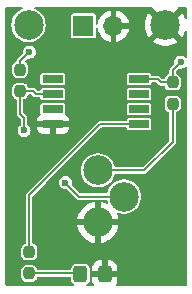
<source format=gbr>
%TF.GenerationSoftware,KiCad,Pcbnew,8.0.1*%
%TF.CreationDate,2025-01-22T18:21:47-07:00*%
%TF.ProjectId,AlcoholSensor_MQ,416c636f-686f-46c5-9365-6e736f725f4d,rev?*%
%TF.SameCoordinates,Original*%
%TF.FileFunction,Copper,L1,Top*%
%TF.FilePolarity,Positive*%
%FSLAX46Y46*%
G04 Gerber Fmt 4.6, Leading zero omitted, Abs format (unit mm)*
G04 Created by KiCad (PCBNEW 8.0.1) date 2025-01-22 18:21:47*
%MOMM*%
%LPD*%
G01*
G04 APERTURE LIST*
G04 Aperture macros list*
%AMRoundRect*
0 Rectangle with rounded corners*
0 $1 Rounding radius*
0 $2 $3 $4 $5 $6 $7 $8 $9 X,Y pos of 4 corners*
0 Add a 4 corners polygon primitive as box body*
4,1,4,$2,$3,$4,$5,$6,$7,$8,$9,$2,$3,0*
0 Add four circle primitives for the rounded corners*
1,1,$1+$1,$2,$3*
1,1,$1+$1,$4,$5*
1,1,$1+$1,$6,$7*
1,1,$1+$1,$8,$9*
0 Add four rect primitives between the rounded corners*
20,1,$1+$1,$2,$3,$4,$5,0*
20,1,$1+$1,$4,$5,$6,$7,0*
20,1,$1+$1,$6,$7,$8,$9,0*
20,1,$1+$1,$8,$9,$2,$3,0*%
G04 Aperture macros list end*
%TA.AperFunction,ComponentPad*%
%ADD10C,2.500000*%
%TD*%
%TA.AperFunction,SMDPad,CuDef*%
%ADD11RoundRect,0.237500X0.237500X-0.250000X0.237500X0.250000X-0.237500X0.250000X-0.237500X-0.250000X0*%
%TD*%
%TA.AperFunction,ComponentPad*%
%ADD12R,1.700000X1.700000*%
%TD*%
%TA.AperFunction,ComponentPad*%
%ADD13O,1.700000X1.700000*%
%TD*%
%TA.AperFunction,SMDPad,CuDef*%
%ADD14RoundRect,0.237500X-0.237500X0.250000X-0.237500X-0.250000X0.237500X-0.250000X0.237500X0.250000X0*%
%TD*%
%TA.AperFunction,SMDPad,CuDef*%
%ADD15R,1.700000X0.650000*%
%TD*%
%TA.AperFunction,SMDPad,CuDef*%
%ADD16RoundRect,0.250000X0.325000X0.450000X-0.325000X0.450000X-0.325000X-0.450000X0.325000X-0.450000X0*%
%TD*%
%TA.AperFunction,ViaPad*%
%ADD17C,0.600000*%
%TD*%
%TA.AperFunction,Conductor*%
%ADD18C,0.152400*%
%TD*%
G04 APERTURE END LIST*
D10*
%TO.P,H2,1,1*%
%TO.N,GND*%
X180090000Y-87300000D03*
%TD*%
%TO.P,H1,1,1*%
%TO.N,VCC*%
X168500000Y-87300000D03*
%TD*%
%TO.P,U3,1,Vh+*%
%TO.N,Net-(U3-Vh+)*%
X174380000Y-99610000D03*
%TO.P,U3,2,Vc*%
%TO.N,Alcohol_out*%
X176580000Y-101830000D03*
%TO.P,U3,3,Vh-*%
%TO.N,GND*%
X174370000Y-104010000D03*
%TD*%
D11*
%TO.P,Rh1,1*%
%TO.N,Net-(U3-Vh+)*%
X180700000Y-93982500D03*
%TO.P,Rh1,2*%
%TO.N,VDD_1.8V*%
X180700000Y-92157500D03*
%TD*%
%TO.P,Rl1,1*%
%TO.N,Alcohol_out*%
X167780000Y-92900000D03*
%TO.P,Rl1,2*%
%TO.N,VDD_1.8V*%
X167780000Y-91075000D03*
%TD*%
D12*
%TO.P,J1,1,Pin_1*%
%TO.N,VCC*%
X173155000Y-87380000D03*
D13*
%TO.P,J1,2,Pin_2*%
%TO.N,GND*%
X175695000Y-87380000D03*
%TD*%
D14*
%TO.P,R_LED1,1*%
%TO.N,Net-(U1-AREF{slash}PB0)*%
X168560000Y-106517500D03*
%TO.P,R_LED1,2*%
%TO.N,Net-(D1-A)*%
X168560000Y-108342500D03*
%TD*%
D15*
%TO.P,U1,1,~{RESET}/PB5*%
%TO.N,unconnected-(U1-~{RESET}{slash}PB5-Pad1)*%
X170560000Y-91890000D03*
%TO.P,U1,2,XTAL1/PB3*%
%TO.N,Alcohol_out*%
X170560000Y-93160000D03*
%TO.P,U1,3,XTAL2/PB4*%
%TO.N,unconnected-(U1-XTAL2{slash}PB4-Pad3)*%
X170560000Y-94430000D03*
%TO.P,U1,4,GND*%
%TO.N,GND*%
X170560000Y-95700000D03*
%TO.P,U1,5,AREF/PB0*%
%TO.N,Net-(U1-AREF{slash}PB0)*%
X177860000Y-95700000D03*
%TO.P,U1,6,PB1*%
%TO.N,unconnected-(U1-PB1-Pad6)*%
X177860000Y-94430000D03*
%TO.P,U1,7,PB2*%
%TO.N,unconnected-(U1-PB2-Pad7)*%
X177860000Y-93160000D03*
%TO.P,U1,8,VCC*%
%TO.N,VDD_1.8V*%
X177860000Y-91890000D03*
%TD*%
D16*
%TO.P,D1,1,K*%
%TO.N,GND*%
X174950000Y-108420000D03*
%TO.P,D1,2,A*%
%TO.N,Net-(D1-A)*%
X172900000Y-108420000D03*
%TD*%
D17*
%TO.N,GND*%
X172550000Y-94160000D03*
X179870000Y-89980000D03*
%TO.N,Alcohol_out*%
X168130000Y-96220000D03*
X171620000Y-100650000D03*
%TO.N,VDD_1.8V*%
X168570000Y-89600000D03*
X181370000Y-90450000D03*
%TD*%
D18*
%TO.N,Alcohol_out*%
X170560000Y-93160000D02*
X169120000Y-93160000D01*
X168850000Y-92890000D02*
X168840000Y-92900000D01*
X168840000Y-92900000D02*
X167780000Y-92900000D01*
X168130000Y-95160000D02*
X167780000Y-94810000D01*
X167780000Y-94810000D02*
X167780000Y-92900000D01*
X168130000Y-96220000D02*
X168130000Y-95160000D01*
X172800000Y-101830000D02*
X171620000Y-100650000D01*
X176580000Y-101830000D02*
X172800000Y-101830000D01*
X169120000Y-93160000D02*
X168850000Y-92890000D01*
%TO.N,Net-(D1-A)*%
X172822500Y-108342500D02*
X172900000Y-108420000D01*
X168560000Y-108342500D02*
X172822500Y-108342500D01*
%TO.N,Net-(U1-AREF{slash}PB0)*%
X168560000Y-101690000D02*
X174550000Y-95700000D01*
X168560000Y-106430000D02*
X168560000Y-101690000D01*
X174550000Y-95700000D02*
X177860000Y-95700000D01*
%TO.N,VCC*%
X168630000Y-87390000D02*
X168240000Y-87000000D01*
X172890000Y-87620000D02*
X172660000Y-87390000D01*
%TO.N,Net-(U3-Vh+)*%
X178310000Y-99610000D02*
X180700000Y-97220000D01*
X180700000Y-94070000D02*
X180700000Y-97220000D01*
X174380000Y-99610000D02*
X178310000Y-99610000D01*
%TO.N,VDD_1.8V*%
X179450000Y-91890000D02*
X177860000Y-91890000D01*
X179717500Y-92157500D02*
X179450000Y-91890000D01*
X181370000Y-90450000D02*
X180700000Y-91120000D01*
X177860000Y-91890000D02*
X177950000Y-91980000D01*
X180700000Y-92157500D02*
X179717500Y-92157500D01*
X167780000Y-90390000D02*
X168570000Y-89600000D01*
X180700000Y-92070000D02*
X180610000Y-91980000D01*
X167780000Y-91075000D02*
X167780000Y-90390000D01*
X180700000Y-91120000D02*
X180700000Y-92070000D01*
%TD*%
%TA.AperFunction,Conductor*%
%TO.N,GND*%
G36*
X167969245Y-85828093D02*
G01*
X167994965Y-85872642D01*
X167986032Y-85923300D01*
X167946627Y-85956365D01*
X167945324Y-85956826D01*
X167915340Y-85967119D01*
X167915338Y-85967120D01*
X167703934Y-86081526D01*
X167514237Y-86229173D01*
X167514233Y-86229177D01*
X167351429Y-86406030D01*
X167219949Y-86607274D01*
X167123391Y-86827404D01*
X167064380Y-87060437D01*
X167064379Y-87060440D01*
X167044529Y-87299998D01*
X167044529Y-87300001D01*
X167064379Y-87539559D01*
X167064379Y-87539561D01*
X167064380Y-87539563D01*
X167120525Y-87761278D01*
X167123391Y-87772595D01*
X167219949Y-87992725D01*
X167351429Y-88193969D01*
X167514233Y-88370822D01*
X167514237Y-88370826D01*
X167703934Y-88518473D01*
X167915338Y-88632879D01*
X167915344Y-88632882D01*
X168142703Y-88710934D01*
X168379808Y-88750500D01*
X168379811Y-88750500D01*
X168620189Y-88750500D01*
X168620192Y-88750500D01*
X168857297Y-88710934D01*
X169084656Y-88632882D01*
X169296067Y-88518472D01*
X169485764Y-88370825D01*
X169597223Y-88249748D01*
X172104500Y-88249748D01*
X172116132Y-88308229D01*
X172116133Y-88308231D01*
X172160448Y-88374552D01*
X172226769Y-88418867D01*
X172256010Y-88424683D01*
X172285251Y-88430500D01*
X172285252Y-88430500D01*
X174024749Y-88430500D01*
X174044242Y-88426622D01*
X174083231Y-88418867D01*
X174149552Y-88374552D01*
X174193867Y-88308231D01*
X174205500Y-88249748D01*
X174205500Y-87566817D01*
X174223093Y-87518479D01*
X174267642Y-87492759D01*
X174318300Y-87501692D01*
X174351365Y-87541097D01*
X174355614Y-87560263D01*
X174360430Y-87615316D01*
X174421569Y-87843490D01*
X174421570Y-87843494D01*
X174521398Y-88057576D01*
X174656885Y-88251072D01*
X174656896Y-88251085D01*
X174823914Y-88418103D01*
X174823927Y-88418114D01*
X175017423Y-88553601D01*
X175017423Y-88553602D01*
X175231505Y-88653429D01*
X175445000Y-88710634D01*
X175445000Y-87813012D01*
X175502007Y-87845925D01*
X175629174Y-87880000D01*
X175760826Y-87880000D01*
X175887993Y-87845925D01*
X175945000Y-87813012D01*
X175945000Y-88710634D01*
X176158494Y-88653429D01*
X176372576Y-88553602D01*
X176372576Y-88553601D01*
X176566072Y-88418114D01*
X176566085Y-88418103D01*
X176733103Y-88251085D01*
X176733114Y-88251072D01*
X176868601Y-88057576D01*
X176868602Y-88057576D01*
X176968429Y-87843494D01*
X176968431Y-87843490D01*
X177025636Y-87630000D01*
X176128012Y-87630000D01*
X176160925Y-87572993D01*
X176195000Y-87445826D01*
X176195000Y-87314174D01*
X176160925Y-87187007D01*
X176128012Y-87130000D01*
X177025636Y-87130000D01*
X176968431Y-86916509D01*
X176968429Y-86916505D01*
X176868603Y-86702427D01*
X176733107Y-86508918D01*
X176566085Y-86341896D01*
X176566072Y-86341885D01*
X176372576Y-86206398D01*
X176372576Y-86206397D01*
X176158494Y-86106570D01*
X176158490Y-86106568D01*
X175945000Y-86049364D01*
X175945000Y-86946988D01*
X175887993Y-86914075D01*
X175760826Y-86880000D01*
X175629174Y-86880000D01*
X175502007Y-86914075D01*
X175445000Y-86946988D01*
X175445000Y-86049364D01*
X175231509Y-86106568D01*
X175231505Y-86106570D01*
X175017427Y-86206396D01*
X174823918Y-86341892D01*
X174656892Y-86508918D01*
X174521396Y-86702427D01*
X174421570Y-86916505D01*
X174421569Y-86916509D01*
X174360430Y-87144683D01*
X174355614Y-87199736D01*
X174333874Y-87246356D01*
X174287254Y-87268096D01*
X174237567Y-87254782D01*
X174208062Y-87212645D01*
X174205500Y-87193182D01*
X174205500Y-86510251D01*
X174193867Y-86451770D01*
X174193866Y-86451768D01*
X174149552Y-86385448D01*
X174083231Y-86341133D01*
X174083229Y-86341132D01*
X174024749Y-86329500D01*
X174024748Y-86329500D01*
X172285252Y-86329500D01*
X172285251Y-86329500D01*
X172226770Y-86341132D01*
X172226768Y-86341133D01*
X172160448Y-86385448D01*
X172116133Y-86451768D01*
X172116132Y-86451770D01*
X172104500Y-86510251D01*
X172104500Y-88249748D01*
X169597223Y-88249748D01*
X169648571Y-88193969D01*
X169780049Y-87992728D01*
X169876610Y-87772591D01*
X169935620Y-87539563D01*
X169951500Y-87347912D01*
X169955471Y-87300001D01*
X169955471Y-87299998D01*
X169935620Y-87060440D01*
X169935620Y-87060437D01*
X169876610Y-86827409D01*
X169804290Y-86662537D01*
X169780050Y-86607274D01*
X169780049Y-86607272D01*
X169648571Y-86406031D01*
X169506248Y-86251427D01*
X169485766Y-86229177D01*
X169485762Y-86229173D01*
X169296065Y-86081526D01*
X169084661Y-85967120D01*
X169084659Y-85967119D01*
X169054676Y-85956826D01*
X169014670Y-85924490D01*
X169004808Y-85874005D01*
X169029705Y-85828991D01*
X169077711Y-85810513D01*
X169079093Y-85810500D01*
X178966387Y-85810500D01*
X179014725Y-85828093D01*
X179040445Y-85872642D01*
X179041259Y-85892721D01*
X179040831Y-85897279D01*
X179580978Y-86437426D01*
X179452537Y-86523249D01*
X179313249Y-86662537D01*
X179227426Y-86790978D01*
X178687874Y-86251426D01*
X178687873Y-86251427D01*
X178640029Y-86311422D01*
X178640029Y-86311423D01*
X178508885Y-86538569D01*
X178508879Y-86538581D01*
X178413061Y-86782725D01*
X178354694Y-87038442D01*
X178335093Y-87300000D01*
X178354694Y-87561557D01*
X178413061Y-87817274D01*
X178508879Y-88061418D01*
X178508885Y-88061430D01*
X178640025Y-88288570D01*
X178640028Y-88288573D01*
X178687873Y-88348571D01*
X178687874Y-88348572D01*
X179227426Y-87809020D01*
X179313249Y-87937463D01*
X179452537Y-88076751D01*
X179580978Y-88162572D01*
X179040831Y-88702719D01*
X179040831Y-88702722D01*
X179212541Y-88819791D01*
X179212544Y-88819792D01*
X179448861Y-88933597D01*
X179699492Y-89010906D01*
X179699505Y-89010909D01*
X179958858Y-89050000D01*
X180221142Y-89050000D01*
X180480494Y-89010909D01*
X180480507Y-89010906D01*
X180731138Y-88933597D01*
X180967454Y-88819793D01*
X181139167Y-88702721D01*
X181139167Y-88702719D01*
X180599021Y-88162573D01*
X180727463Y-88076751D01*
X180866751Y-87937463D01*
X180952573Y-87809020D01*
X181492124Y-88348571D01*
X181492125Y-88348571D01*
X181539969Y-88288578D01*
X181539971Y-88288574D01*
X181671114Y-88061430D01*
X181671120Y-88061418D01*
X181764298Y-87824002D01*
X181798335Y-87785433D01*
X181849200Y-87777766D01*
X181893094Y-87804588D01*
X181909500Y-87851475D01*
X181909500Y-90027262D01*
X181891907Y-90075600D01*
X181847358Y-90101320D01*
X181796700Y-90092387D01*
X181774641Y-90073043D01*
X181762620Y-90057378D01*
X181647626Y-89969139D01*
X181513711Y-89913671D01*
X181513709Y-89913670D01*
X181370000Y-89894750D01*
X181226291Y-89913670D01*
X181226288Y-89913670D01*
X181226288Y-89913671D01*
X181092373Y-89969139D01*
X180977378Y-90057378D01*
X180889139Y-90172373D01*
X180843235Y-90283198D01*
X180833670Y-90306291D01*
X180820233Y-90408357D01*
X180814750Y-90450000D01*
X180828981Y-90558097D01*
X180817847Y-90608317D01*
X180807599Y-90621086D01*
X180478584Y-90950102D01*
X180442155Y-91013196D01*
X180442156Y-91013197D01*
X180423300Y-91083573D01*
X180423300Y-91403819D01*
X180405707Y-91452157D01*
X180372937Y-91474799D01*
X180255527Y-91515882D01*
X180255524Y-91515884D01*
X180149289Y-91594289D01*
X180070884Y-91700524D01*
X180070882Y-91700527D01*
X180025764Y-91829470D01*
X180023571Y-91828702D01*
X180000550Y-91865107D01*
X179954573Y-91880800D01*
X179863261Y-91880800D01*
X179814923Y-91863207D01*
X179810087Y-91858774D01*
X179619899Y-91668586D01*
X179619898Y-91668585D01*
X179556803Y-91632156D01*
X179556800Y-91632155D01*
X179556801Y-91632155D01*
X179512183Y-91620200D01*
X179486428Y-91613300D01*
X179486427Y-91613300D01*
X178985360Y-91613300D01*
X178937022Y-91595707D01*
X178911302Y-91551158D01*
X178910523Y-91545478D01*
X178910501Y-91545257D01*
X178898867Y-91486770D01*
X178898866Y-91486768D01*
X178854552Y-91420448D01*
X178788231Y-91376133D01*
X178788229Y-91376132D01*
X178729749Y-91364500D01*
X178729748Y-91364500D01*
X176990252Y-91364500D01*
X176990251Y-91364500D01*
X176931770Y-91376132D01*
X176931768Y-91376133D01*
X176865448Y-91420448D01*
X176821133Y-91486768D01*
X176821132Y-91486770D01*
X176809500Y-91545251D01*
X176809500Y-92234748D01*
X176821132Y-92293229D01*
X176821133Y-92293231D01*
X176865448Y-92359552D01*
X176931769Y-92403867D01*
X176961010Y-92409683D01*
X176990251Y-92415500D01*
X176990252Y-92415500D01*
X178729749Y-92415500D01*
X178749242Y-92411622D01*
X178788231Y-92403867D01*
X178854552Y-92359552D01*
X178898867Y-92293231D01*
X178910500Y-92234748D01*
X178910500Y-92234747D01*
X178910501Y-92234742D01*
X178910523Y-92234522D01*
X178910560Y-92234443D01*
X178911221Y-92231124D01*
X178912072Y-92231293D01*
X178932774Y-92188144D01*
X178979631Y-92166919D01*
X178985360Y-92166700D01*
X179304239Y-92166700D01*
X179352577Y-92184293D01*
X179357413Y-92188726D01*
X179547602Y-92378915D01*
X179610697Y-92415344D01*
X179681072Y-92434200D01*
X179954573Y-92434200D01*
X180002911Y-92451793D01*
X180023734Y-92486240D01*
X180025764Y-92485530D01*
X180070882Y-92614472D01*
X180070884Y-92614475D01*
X180149289Y-92720711D01*
X180255524Y-92799115D01*
X180255527Y-92799117D01*
X180285442Y-92809584D01*
X180380151Y-92842725D01*
X180409735Y-92845499D01*
X180409738Y-92845500D01*
X180409744Y-92845500D01*
X180990262Y-92845500D01*
X180990263Y-92845499D01*
X181019849Y-92842725D01*
X181144475Y-92799116D01*
X181250711Y-92720711D01*
X181329116Y-92614475D01*
X181372725Y-92489849D01*
X181375499Y-92460263D01*
X181375500Y-92460262D01*
X181375500Y-91854738D01*
X181375499Y-91854735D01*
X181372725Y-91825151D01*
X181329116Y-91700525D01*
X181250711Y-91594289D01*
X181144475Y-91515884D01*
X181144472Y-91515882D01*
X181027063Y-91474799D01*
X180987249Y-91442228D01*
X180976700Y-91403819D01*
X180976700Y-91265761D01*
X180994293Y-91217423D01*
X180998715Y-91212597D01*
X181198913Y-91012399D01*
X181245532Y-90990660D01*
X181261889Y-90991016D01*
X181370000Y-91005250D01*
X181513709Y-90986330D01*
X181647625Y-90930861D01*
X181762621Y-90842621D01*
X181774640Y-90826958D01*
X181818024Y-90799319D01*
X181869024Y-90806034D01*
X181903776Y-90843959D01*
X181909500Y-90872737D01*
X181909500Y-109334300D01*
X181891907Y-109382638D01*
X181847358Y-109408358D01*
X181834300Y-109409500D01*
X175958166Y-109409500D01*
X175909828Y-109391907D01*
X175884108Y-109347358D01*
X175893041Y-109296700D01*
X175894162Y-109294822D01*
X175959357Y-109189122D01*
X176014505Y-109022697D01*
X176025000Y-108919972D01*
X176025000Y-108670000D01*
X173875001Y-108670000D01*
X173875001Y-108919973D01*
X173885494Y-109022694D01*
X173885495Y-109022697D01*
X173940642Y-109189122D01*
X174005838Y-109294822D01*
X174016240Y-109345199D01*
X173991826Y-109390477D01*
X173944021Y-109409468D01*
X173941834Y-109409500D01*
X173481180Y-109409500D01*
X173432842Y-109391907D01*
X173407122Y-109347358D01*
X173416055Y-109296700D01*
X173436525Y-109273794D01*
X173437880Y-109272793D01*
X173437882Y-109272793D01*
X173547150Y-109192150D01*
X173627793Y-109082882D01*
X173672646Y-108954699D01*
X173674073Y-108939482D01*
X173675500Y-108924273D01*
X173675500Y-108170000D01*
X173875000Y-108170000D01*
X174700000Y-108170000D01*
X174700000Y-107220000D01*
X175200000Y-107220000D01*
X175200000Y-108170000D01*
X176024999Y-108170000D01*
X176024999Y-107920026D01*
X176014505Y-107817305D01*
X176014504Y-107817302D01*
X175959357Y-107650877D01*
X175867318Y-107501657D01*
X175867313Y-107501651D01*
X175743348Y-107377686D01*
X175743342Y-107377681D01*
X175594122Y-107285642D01*
X175427697Y-107230494D01*
X175427698Y-107230494D01*
X175324973Y-107220000D01*
X175200000Y-107220000D01*
X174700000Y-107220000D01*
X174575027Y-107220000D01*
X174472305Y-107230494D01*
X174472302Y-107230495D01*
X174305877Y-107285642D01*
X174156657Y-107377681D01*
X174156651Y-107377686D01*
X174032686Y-107501651D01*
X174032681Y-107501657D01*
X173940642Y-107650877D01*
X173885494Y-107817302D01*
X173875000Y-107920027D01*
X173875000Y-108170000D01*
X173675500Y-108170000D01*
X173675500Y-107915726D01*
X173672667Y-107885527D01*
X173672646Y-107885301D01*
X173627793Y-107757118D01*
X173547150Y-107647850D01*
X173437882Y-107567207D01*
X173437879Y-107567205D01*
X173340470Y-107533121D01*
X173309699Y-107522354D01*
X173309694Y-107522353D01*
X173309692Y-107522353D01*
X173279273Y-107519500D01*
X173279266Y-107519500D01*
X172520734Y-107519500D01*
X172520727Y-107519500D01*
X172490307Y-107522353D01*
X172490303Y-107522353D01*
X172490301Y-107522354D01*
X172490298Y-107522354D01*
X172490298Y-107522355D01*
X172362120Y-107567205D01*
X172362117Y-107567207D01*
X172252850Y-107647850D01*
X172172207Y-107757117D01*
X172172205Y-107757120D01*
X172127355Y-107885298D01*
X172127353Y-107885307D01*
X172124500Y-107915726D01*
X172124500Y-107990600D01*
X172106907Y-108038938D01*
X172062358Y-108064658D01*
X172049300Y-108065800D01*
X169305427Y-108065800D01*
X169257089Y-108048207D01*
X169236265Y-108013759D01*
X169234236Y-108014470D01*
X169189117Y-107885527D01*
X169189115Y-107885524D01*
X169188955Y-107885307D01*
X169110711Y-107779289D01*
X169004475Y-107700884D01*
X169004472Y-107700882D01*
X168909766Y-107667743D01*
X168879849Y-107657275D01*
X168879844Y-107657274D01*
X168879842Y-107657274D01*
X168850264Y-107654500D01*
X168850256Y-107654500D01*
X168269744Y-107654500D01*
X168269735Y-107654500D01*
X168240157Y-107657274D01*
X168240153Y-107657274D01*
X168240151Y-107657275D01*
X168240148Y-107657275D01*
X168240148Y-107657276D01*
X168115527Y-107700882D01*
X168115524Y-107700884D01*
X168009289Y-107779289D01*
X167930884Y-107885524D01*
X167930882Y-107885527D01*
X167887276Y-108010148D01*
X167887274Y-108010157D01*
X167884500Y-108039735D01*
X167884500Y-108645264D01*
X167886820Y-108670000D01*
X167887275Y-108674849D01*
X167887276Y-108674851D01*
X167930882Y-108799472D01*
X167930884Y-108799475D01*
X168009289Y-108905711D01*
X168075669Y-108954701D01*
X168115524Y-108984115D01*
X168115527Y-108984117D01*
X168145442Y-108994584D01*
X168240151Y-109027725D01*
X168269735Y-109030499D01*
X168269738Y-109030500D01*
X168269744Y-109030500D01*
X168850262Y-109030500D01*
X168850263Y-109030499D01*
X168879849Y-109027725D01*
X169004475Y-108984116D01*
X169110711Y-108905711D01*
X169189116Y-108799475D01*
X169232725Y-108674849D01*
X169232725Y-108674847D01*
X169234236Y-108670530D01*
X169236428Y-108671297D01*
X169259450Y-108634893D01*
X169305427Y-108619200D01*
X172049300Y-108619200D01*
X172097638Y-108636793D01*
X172123358Y-108681342D01*
X172124500Y-108694400D01*
X172124500Y-108924273D01*
X172127353Y-108954692D01*
X172127354Y-108954699D01*
X172127355Y-108954701D01*
X172172205Y-109082879D01*
X172172207Y-109082882D01*
X172252850Y-109192150D01*
X172362118Y-109272793D01*
X172362119Y-109272793D01*
X172363475Y-109273794D01*
X172391920Y-109316654D01*
X172386161Y-109367770D01*
X172348892Y-109403225D01*
X172318820Y-109409500D01*
X166625700Y-109409500D01*
X166577362Y-109391907D01*
X166551642Y-109347358D01*
X166550500Y-109334300D01*
X166550500Y-106820264D01*
X167884500Y-106820264D01*
X167887274Y-106849842D01*
X167887275Y-106849849D01*
X167887276Y-106849851D01*
X167930882Y-106974472D01*
X167930884Y-106974475D01*
X168009289Y-107080711D01*
X168115524Y-107159115D01*
X168115527Y-107159117D01*
X168145442Y-107169584D01*
X168240151Y-107202725D01*
X168269735Y-107205499D01*
X168269738Y-107205500D01*
X168269744Y-107205500D01*
X168850262Y-107205500D01*
X168850263Y-107205499D01*
X168879849Y-107202725D01*
X169004475Y-107159116D01*
X169110711Y-107080711D01*
X169189116Y-106974475D01*
X169232725Y-106849849D01*
X169235499Y-106820263D01*
X169235500Y-106820262D01*
X169235500Y-106214738D01*
X169235499Y-106214735D01*
X169232725Y-106185151D01*
X169189116Y-106060525D01*
X169110711Y-105954289D01*
X169004475Y-105875884D01*
X169004472Y-105875882D01*
X168887063Y-105834799D01*
X168847249Y-105802228D01*
X168836700Y-105763819D01*
X168836700Y-101835761D01*
X168854293Y-101787423D01*
X168858726Y-101782587D01*
X169991313Y-100650000D01*
X171064750Y-100650000D01*
X171083670Y-100793709D01*
X171083671Y-100793711D01*
X171139139Y-100927626D01*
X171227378Y-101042621D01*
X171342373Y-101130860D01*
X171342374Y-101130860D01*
X171342375Y-101130861D01*
X171476291Y-101186330D01*
X171620000Y-101205250D01*
X171728101Y-101191017D01*
X171778317Y-101202150D01*
X171791087Y-101212400D01*
X172630102Y-102051415D01*
X172693197Y-102087844D01*
X172763572Y-102106700D01*
X175095253Y-102106700D01*
X175143591Y-102124293D01*
X175168152Y-102163439D01*
X175202503Y-102299090D01*
X175203391Y-102302593D01*
X175203394Y-102302602D01*
X175214265Y-102327386D01*
X175217570Y-102378720D01*
X175187105Y-102420168D01*
X175137126Y-102432337D01*
X175112771Y-102425346D01*
X175011138Y-102376402D01*
X174760500Y-102299090D01*
X174620000Y-102277913D01*
X174620000Y-103040136D01*
X174468491Y-103010000D01*
X174271509Y-103010000D01*
X174120000Y-103040136D01*
X174120000Y-102277913D01*
X173979499Y-102299090D01*
X173728861Y-102376402D01*
X173492546Y-102490206D01*
X173275835Y-102637956D01*
X173083564Y-102816357D01*
X172920028Y-103021426D01*
X172920025Y-103021429D01*
X172788885Y-103248569D01*
X172788879Y-103248581D01*
X172693061Y-103492725D01*
X172634694Y-103748442D01*
X172633829Y-103760000D01*
X173400137Y-103760000D01*
X173370000Y-103911509D01*
X173370000Y-104108491D01*
X173400137Y-104260000D01*
X172633829Y-104260000D01*
X172634694Y-104271557D01*
X172693061Y-104527274D01*
X172788879Y-104771418D01*
X172788885Y-104771430D01*
X172920025Y-104998570D01*
X172920028Y-104998573D01*
X173083564Y-105203642D01*
X173275835Y-105382043D01*
X173492546Y-105529793D01*
X173728861Y-105643597D01*
X173979492Y-105720906D01*
X173979505Y-105720909D01*
X174119999Y-105742085D01*
X174120000Y-105742085D01*
X174120000Y-104979863D01*
X174271509Y-105010000D01*
X174468491Y-105010000D01*
X174620000Y-104979863D01*
X174620000Y-105742085D01*
X174760494Y-105720909D01*
X174760507Y-105720906D01*
X175011138Y-105643597D01*
X175247454Y-105529793D01*
X175464164Y-105382043D01*
X175656435Y-105203642D01*
X175819971Y-104998573D01*
X175819974Y-104998570D01*
X175951114Y-104771430D01*
X175951120Y-104771418D01*
X176046938Y-104527274D01*
X176105305Y-104271557D01*
X176106171Y-104260000D01*
X175339863Y-104260000D01*
X175370000Y-104108491D01*
X175370000Y-103911509D01*
X175339863Y-103760000D01*
X176106171Y-103760000D01*
X176105305Y-103748442D01*
X176046938Y-103492725D01*
X175964787Y-103283404D01*
X175963505Y-103231980D01*
X175995577Y-103191763D01*
X176045997Y-103181571D01*
X176059206Y-103184806D01*
X176154698Y-103217588D01*
X176222703Y-103240934D01*
X176459808Y-103280500D01*
X176459811Y-103280500D01*
X176700189Y-103280500D01*
X176700192Y-103280500D01*
X176937297Y-103240934D01*
X177164656Y-103162882D01*
X177376067Y-103048472D01*
X177565764Y-102900825D01*
X177728571Y-102723969D01*
X177860049Y-102522728D01*
X177956610Y-102302591D01*
X178015620Y-102069563D01*
X178035471Y-101830000D01*
X178015620Y-101590437D01*
X177956610Y-101357409D01*
X177889866Y-101205249D01*
X177860050Y-101137274D01*
X177733047Y-100942882D01*
X177728571Y-100936031D01*
X177565764Y-100759175D01*
X177565762Y-100759173D01*
X177376065Y-100611526D01*
X177164661Y-100497120D01*
X177164659Y-100497119D01*
X177144859Y-100490322D01*
X176937297Y-100419066D01*
X176937293Y-100419065D01*
X176937289Y-100419064D01*
X176700195Y-100379500D01*
X176700192Y-100379500D01*
X176459808Y-100379500D01*
X176459804Y-100379500D01*
X176222710Y-100419064D01*
X176222700Y-100419067D01*
X175995340Y-100497119D01*
X175995338Y-100497120D01*
X175783934Y-100611526D01*
X175594237Y-100759173D01*
X175594233Y-100759177D01*
X175431429Y-100936030D01*
X175299949Y-101137274D01*
X175203392Y-101357402D01*
X175203391Y-101357406D01*
X175168152Y-101496561D01*
X175139230Y-101539100D01*
X175095253Y-101553300D01*
X172945761Y-101553300D01*
X172897423Y-101535707D01*
X172892587Y-101531274D01*
X172182400Y-100821087D01*
X172160660Y-100774467D01*
X172161016Y-100758110D01*
X172175250Y-100650000D01*
X172156330Y-100506291D01*
X172100861Y-100372375D01*
X172100860Y-100372374D01*
X172100860Y-100372373D01*
X172012621Y-100257378D01*
X171897626Y-100169139D01*
X171763711Y-100113671D01*
X171763709Y-100113670D01*
X171620000Y-100094750D01*
X171476291Y-100113670D01*
X171476288Y-100113670D01*
X171476288Y-100113671D01*
X171342373Y-100169139D01*
X171227378Y-100257378D01*
X171139139Y-100372373D01*
X171084632Y-100503969D01*
X171083670Y-100506291D01*
X171064750Y-100650000D01*
X169991313Y-100650000D01*
X171031312Y-99610001D01*
X172924529Y-99610001D01*
X172944379Y-99849559D01*
X172944379Y-99849561D01*
X172944380Y-99849563D01*
X172953784Y-99886700D01*
X173003391Y-100082595D01*
X173099949Y-100302725D01*
X173231429Y-100503969D01*
X173394233Y-100680822D01*
X173394237Y-100680826D01*
X173583934Y-100828473D01*
X173782684Y-100936031D01*
X173795344Y-100942882D01*
X174022703Y-101020934D01*
X174259808Y-101060500D01*
X174259811Y-101060500D01*
X174500189Y-101060500D01*
X174500192Y-101060500D01*
X174737297Y-101020934D01*
X174964656Y-100942882D01*
X175176067Y-100828472D01*
X175365764Y-100680825D01*
X175528571Y-100503969D01*
X175660049Y-100302728D01*
X175756610Y-100082591D01*
X175791848Y-99943439D01*
X175820770Y-99900900D01*
X175864747Y-99886700D01*
X178346427Y-99886700D01*
X178346428Y-99886700D01*
X178416803Y-99867844D01*
X178479898Y-99831415D01*
X180921415Y-97389898D01*
X180957843Y-97326803D01*
X180957844Y-97326802D01*
X180976700Y-97256428D01*
X180976700Y-94736180D01*
X180994293Y-94687842D01*
X181027060Y-94665201D01*
X181144475Y-94624116D01*
X181250711Y-94545711D01*
X181329116Y-94439475D01*
X181372725Y-94314849D01*
X181375499Y-94285263D01*
X181375500Y-94285262D01*
X181375500Y-93679738D01*
X181375499Y-93679735D01*
X181374949Y-93673866D01*
X181372725Y-93650151D01*
X181329116Y-93525525D01*
X181250711Y-93419289D01*
X181144475Y-93340884D01*
X181144472Y-93340882D01*
X181049766Y-93307743D01*
X181019849Y-93297275D01*
X181019844Y-93297274D01*
X181019842Y-93297274D01*
X180990264Y-93294500D01*
X180990256Y-93294500D01*
X180409744Y-93294500D01*
X180409735Y-93294500D01*
X180380157Y-93297274D01*
X180380153Y-93297274D01*
X180380151Y-93297275D01*
X180380148Y-93297275D01*
X180380148Y-93297276D01*
X180255527Y-93340882D01*
X180255524Y-93340884D01*
X180149289Y-93419289D01*
X180070884Y-93525524D01*
X180070882Y-93525527D01*
X180027276Y-93650148D01*
X180027274Y-93650157D01*
X180024500Y-93679735D01*
X180024500Y-94285264D01*
X180027274Y-94314842D01*
X180027275Y-94314849D01*
X180027276Y-94314851D01*
X180070882Y-94439472D01*
X180070884Y-94439475D01*
X180149289Y-94545711D01*
X180255524Y-94624115D01*
X180255527Y-94624117D01*
X180291312Y-94636638D01*
X180372938Y-94665201D01*
X180412751Y-94697771D01*
X180423300Y-94736180D01*
X180423300Y-97074239D01*
X180405707Y-97122577D01*
X180401274Y-97127413D01*
X178217413Y-99311274D01*
X178170793Y-99333014D01*
X178164239Y-99333300D01*
X175864747Y-99333300D01*
X175816409Y-99315707D01*
X175791848Y-99276561D01*
X175787640Y-99259944D01*
X175756610Y-99137409D01*
X175660049Y-98917272D01*
X175528571Y-98716031D01*
X175365764Y-98539175D01*
X175365762Y-98539173D01*
X175176065Y-98391526D01*
X174964661Y-98277120D01*
X174964659Y-98277119D01*
X174944859Y-98270322D01*
X174737297Y-98199066D01*
X174737293Y-98199065D01*
X174737289Y-98199064D01*
X174500195Y-98159500D01*
X174500192Y-98159500D01*
X174259808Y-98159500D01*
X174259804Y-98159500D01*
X174022710Y-98199064D01*
X174022700Y-98199067D01*
X173795340Y-98277119D01*
X173795338Y-98277120D01*
X173583934Y-98391526D01*
X173394237Y-98539173D01*
X173394233Y-98539177D01*
X173231429Y-98716030D01*
X173099949Y-98917274D01*
X173003391Y-99137404D01*
X172944380Y-99370437D01*
X172944379Y-99370440D01*
X172924529Y-99609998D01*
X172924529Y-99610001D01*
X171031312Y-99610001D01*
X174642587Y-95998726D01*
X174689207Y-95976986D01*
X174695761Y-95976700D01*
X176734640Y-95976700D01*
X176782978Y-95994293D01*
X176808698Y-96038842D01*
X176809477Y-96044522D01*
X176809498Y-96044742D01*
X176821132Y-96103229D01*
X176821133Y-96103231D01*
X176865448Y-96169552D01*
X176931769Y-96213867D01*
X176961010Y-96219683D01*
X176990251Y-96225500D01*
X176990252Y-96225500D01*
X178729749Y-96225500D01*
X178757398Y-96220000D01*
X178788231Y-96213867D01*
X178854552Y-96169552D01*
X178898867Y-96103231D01*
X178910500Y-96044748D01*
X178910500Y-95355252D01*
X178898867Y-95296769D01*
X178854552Y-95230448D01*
X178788231Y-95186133D01*
X178788229Y-95186132D01*
X178729749Y-95174500D01*
X178729748Y-95174500D01*
X176990252Y-95174500D01*
X176990251Y-95174500D01*
X176931770Y-95186132D01*
X176931768Y-95186133D01*
X176865448Y-95230448D01*
X176821133Y-95296768D01*
X176821132Y-95296770D01*
X176809498Y-95355257D01*
X176809477Y-95355478D01*
X176809439Y-95355556D01*
X176808779Y-95358876D01*
X176807927Y-95358706D01*
X176787226Y-95401856D01*
X176740369Y-95423081D01*
X176734640Y-95423300D01*
X174513572Y-95423300D01*
X174494717Y-95428352D01*
X174443199Y-95442155D01*
X174443197Y-95442156D01*
X174380099Y-95478586D01*
X168338585Y-101520101D01*
X168338583Y-101520103D01*
X168302155Y-101583196D01*
X168302156Y-101583197D01*
X168283300Y-101653573D01*
X168283300Y-105763819D01*
X168265707Y-105812157D01*
X168232937Y-105834799D01*
X168115527Y-105875882D01*
X168115524Y-105875884D01*
X168009289Y-105954289D01*
X167930884Y-106060524D01*
X167930882Y-106060527D01*
X167887276Y-106185148D01*
X167887274Y-106185157D01*
X167884500Y-106214735D01*
X167884500Y-106820264D01*
X166550500Y-106820264D01*
X166550500Y-93202764D01*
X167104500Y-93202764D01*
X167106870Y-93228030D01*
X167107275Y-93232349D01*
X167107276Y-93232351D01*
X167150882Y-93356972D01*
X167150884Y-93356975D01*
X167229289Y-93463211D01*
X167335524Y-93541615D01*
X167335527Y-93541617D01*
X167371312Y-93554138D01*
X167452938Y-93582701D01*
X167492751Y-93615271D01*
X167503300Y-93653680D01*
X167503300Y-94773572D01*
X167503300Y-94846428D01*
X167522156Y-94916803D01*
X167558585Y-94979898D01*
X167558586Y-94979899D01*
X167831274Y-95252587D01*
X167853014Y-95299207D01*
X167853300Y-95305761D01*
X167853300Y-95701344D01*
X167835707Y-95749682D01*
X167823879Y-95761004D01*
X167737378Y-95827378D01*
X167649139Y-95942373D01*
X167595103Y-96072831D01*
X167593670Y-96076291D01*
X167574750Y-96220000D01*
X167593670Y-96363709D01*
X167593671Y-96363711D01*
X167649139Y-96497626D01*
X167737378Y-96612621D01*
X167852373Y-96700860D01*
X167852374Y-96700860D01*
X167852375Y-96700861D01*
X167986291Y-96756330D01*
X168130000Y-96775250D01*
X168273709Y-96756330D01*
X168407625Y-96700861D01*
X168522621Y-96612621D01*
X168610861Y-96497625D01*
X168666330Y-96363709D01*
X168685250Y-96220000D01*
X168666330Y-96076291D01*
X168614019Y-95950000D01*
X169210000Y-95950000D01*
X169210000Y-96072831D01*
X169216401Y-96132374D01*
X169216402Y-96132377D01*
X169266648Y-96267090D01*
X169266649Y-96267092D01*
X169352810Y-96382189D01*
X169467907Y-96468350D01*
X169467909Y-96468351D01*
X169602622Y-96518597D01*
X169602625Y-96518598D01*
X169662168Y-96524999D01*
X169662180Y-96525000D01*
X170310000Y-96525000D01*
X170310000Y-95950000D01*
X170810000Y-95950000D01*
X170810000Y-96525000D01*
X171457820Y-96525000D01*
X171457831Y-96524999D01*
X171517374Y-96518598D01*
X171517377Y-96518597D01*
X171652090Y-96468351D01*
X171652092Y-96468350D01*
X171767189Y-96382189D01*
X171853350Y-96267092D01*
X171853351Y-96267090D01*
X171903597Y-96132377D01*
X171903598Y-96132374D01*
X171909999Y-96072831D01*
X171910000Y-96072820D01*
X171910000Y-95950000D01*
X170810000Y-95950000D01*
X170310000Y-95950000D01*
X169210000Y-95950000D01*
X168614019Y-95950000D01*
X168610861Y-95942375D01*
X168610860Y-95942374D01*
X168610860Y-95942373D01*
X168522621Y-95827378D01*
X168436121Y-95761004D01*
X168408482Y-95717620D01*
X168406700Y-95701344D01*
X168406700Y-95450000D01*
X169210000Y-95450000D01*
X171910000Y-95450000D01*
X171910000Y-95327180D01*
X171909999Y-95327168D01*
X171903598Y-95267625D01*
X171903597Y-95267622D01*
X171853351Y-95132909D01*
X171853350Y-95132907D01*
X171767189Y-95017810D01*
X171652092Y-94931649D01*
X171652088Y-94931647D01*
X171643699Y-94928518D01*
X171604557Y-94895142D01*
X171596026Y-94844414D01*
X171597906Y-94838057D01*
X171598865Y-94833233D01*
X171598867Y-94833231D01*
X171610500Y-94774748D01*
X176809500Y-94774748D01*
X176821132Y-94833229D01*
X176821133Y-94833231D01*
X176865448Y-94899552D01*
X176931769Y-94943867D01*
X176961010Y-94949683D01*
X176990251Y-94955500D01*
X176990252Y-94955500D01*
X178729749Y-94955500D01*
X178749242Y-94951622D01*
X178788231Y-94943867D01*
X178854552Y-94899552D01*
X178898867Y-94833231D01*
X178910500Y-94774748D01*
X178910500Y-94085252D01*
X178898867Y-94026769D01*
X178854552Y-93960448D01*
X178788231Y-93916133D01*
X178788229Y-93916132D01*
X178729749Y-93904500D01*
X178729748Y-93904500D01*
X176990252Y-93904500D01*
X176990251Y-93904500D01*
X176931770Y-93916132D01*
X176931768Y-93916133D01*
X176865448Y-93960448D01*
X176821133Y-94026768D01*
X176821132Y-94026770D01*
X176809500Y-94085251D01*
X176809500Y-94774748D01*
X171610500Y-94774748D01*
X171610500Y-94085252D01*
X171598867Y-94026769D01*
X171554552Y-93960448D01*
X171488231Y-93916133D01*
X171488229Y-93916132D01*
X171429749Y-93904500D01*
X171429748Y-93904500D01*
X169690252Y-93904500D01*
X169690251Y-93904500D01*
X169631770Y-93916132D01*
X169631768Y-93916133D01*
X169565448Y-93960448D01*
X169521133Y-94026768D01*
X169521132Y-94026770D01*
X169509500Y-94085251D01*
X169509500Y-94774748D01*
X169522578Y-94840495D01*
X169520008Y-94841006D01*
X169521741Y-94880669D01*
X169490428Y-94921480D01*
X169476306Y-94928514D01*
X169467918Y-94931643D01*
X169467907Y-94931649D01*
X169352810Y-95017810D01*
X169266649Y-95132907D01*
X169266648Y-95132909D01*
X169216402Y-95267622D01*
X169216401Y-95267625D01*
X169210000Y-95327168D01*
X169210000Y-95450000D01*
X168406700Y-95450000D01*
X168406700Y-95123573D01*
X168387844Y-95053197D01*
X168387844Y-95053196D01*
X168351416Y-94990103D01*
X168078726Y-94717413D01*
X168056986Y-94670793D01*
X168056700Y-94664239D01*
X168056700Y-93653680D01*
X168074293Y-93605342D01*
X168107060Y-93582701D01*
X168224475Y-93541616D01*
X168330711Y-93463211D01*
X168409116Y-93356975D01*
X168452725Y-93232349D01*
X168452725Y-93232347D01*
X168454236Y-93228030D01*
X168456428Y-93228797D01*
X168479450Y-93192393D01*
X168525427Y-93176700D01*
X168714239Y-93176700D01*
X168762577Y-93194293D01*
X168767413Y-93198726D01*
X168950102Y-93381415D01*
X169013197Y-93417844D01*
X169083572Y-93436700D01*
X169156428Y-93436700D01*
X169434640Y-93436700D01*
X169482978Y-93454293D01*
X169508698Y-93498842D01*
X169509477Y-93504522D01*
X169509498Y-93504742D01*
X169521132Y-93563229D01*
X169521133Y-93563231D01*
X169565448Y-93629552D01*
X169631769Y-93673867D01*
X169661010Y-93679683D01*
X169690251Y-93685500D01*
X169690252Y-93685500D01*
X171429749Y-93685500D01*
X171458685Y-93679744D01*
X171488231Y-93673867D01*
X171554552Y-93629552D01*
X171598867Y-93563231D01*
X171610500Y-93504748D01*
X176809500Y-93504748D01*
X176821132Y-93563229D01*
X176821133Y-93563231D01*
X176865448Y-93629552D01*
X176931769Y-93673867D01*
X176961010Y-93679683D01*
X176990251Y-93685500D01*
X176990252Y-93685500D01*
X178729749Y-93685500D01*
X178758685Y-93679744D01*
X178788231Y-93673867D01*
X178854552Y-93629552D01*
X178898867Y-93563231D01*
X178910500Y-93504748D01*
X178910500Y-92815252D01*
X178898867Y-92756769D01*
X178854552Y-92690448D01*
X178788231Y-92646133D01*
X178788229Y-92646132D01*
X178729749Y-92634500D01*
X178729748Y-92634500D01*
X176990252Y-92634500D01*
X176990251Y-92634500D01*
X176931770Y-92646132D01*
X176931768Y-92646133D01*
X176865448Y-92690448D01*
X176821133Y-92756768D01*
X176821132Y-92756770D01*
X176809500Y-92815251D01*
X176809500Y-93504748D01*
X171610500Y-93504748D01*
X171610500Y-92815252D01*
X171598867Y-92756769D01*
X171554552Y-92690448D01*
X171488231Y-92646133D01*
X171488229Y-92646132D01*
X171429749Y-92634500D01*
X171429748Y-92634500D01*
X169690252Y-92634500D01*
X169690251Y-92634500D01*
X169631770Y-92646132D01*
X169631768Y-92646133D01*
X169565448Y-92690448D01*
X169521133Y-92756768D01*
X169521132Y-92756770D01*
X169509498Y-92815257D01*
X169509477Y-92815478D01*
X169509439Y-92815556D01*
X169508779Y-92818876D01*
X169507927Y-92818706D01*
X169487226Y-92861856D01*
X169440369Y-92883081D01*
X169434640Y-92883300D01*
X169265761Y-92883300D01*
X169217423Y-92865707D01*
X169212587Y-92861274D01*
X169019899Y-92668586D01*
X169019898Y-92668585D01*
X168956803Y-92632156D01*
X168956800Y-92632155D01*
X168956801Y-92632155D01*
X168890813Y-92614475D01*
X168886428Y-92613300D01*
X168813572Y-92613300D01*
X168785812Y-92620738D01*
X168766350Y-92623300D01*
X168525427Y-92623300D01*
X168477089Y-92605707D01*
X168456265Y-92571259D01*
X168454236Y-92571970D01*
X168409117Y-92443027D01*
X168409115Y-92443024D01*
X168402603Y-92434200D01*
X168330711Y-92336789D01*
X168224475Y-92258384D01*
X168224472Y-92258382D01*
X168156930Y-92234748D01*
X169509500Y-92234748D01*
X169521132Y-92293229D01*
X169521133Y-92293231D01*
X169565448Y-92359552D01*
X169631769Y-92403867D01*
X169661010Y-92409683D01*
X169690251Y-92415500D01*
X169690252Y-92415500D01*
X171429749Y-92415500D01*
X171449242Y-92411622D01*
X171488231Y-92403867D01*
X171554552Y-92359552D01*
X171598867Y-92293231D01*
X171610500Y-92234748D01*
X171610500Y-91545252D01*
X171607858Y-91531972D01*
X171598867Y-91486770D01*
X171598866Y-91486768D01*
X171554552Y-91420448D01*
X171488231Y-91376133D01*
X171488229Y-91376132D01*
X171429749Y-91364500D01*
X171429748Y-91364500D01*
X169690252Y-91364500D01*
X169690251Y-91364500D01*
X169631770Y-91376132D01*
X169631768Y-91376133D01*
X169565448Y-91420448D01*
X169521133Y-91486768D01*
X169521132Y-91486770D01*
X169509500Y-91545251D01*
X169509500Y-92234748D01*
X168156930Y-92234748D01*
X168129766Y-92225243D01*
X168099849Y-92214775D01*
X168099844Y-92214774D01*
X168099842Y-92214774D01*
X168070264Y-92212000D01*
X168070256Y-92212000D01*
X167489744Y-92212000D01*
X167489735Y-92212000D01*
X167460157Y-92214774D01*
X167460153Y-92214774D01*
X167460151Y-92214775D01*
X167460148Y-92214775D01*
X167460148Y-92214776D01*
X167335527Y-92258382D01*
X167335524Y-92258384D01*
X167229289Y-92336789D01*
X167150884Y-92443024D01*
X167150882Y-92443027D01*
X167107276Y-92567648D01*
X167107274Y-92567657D01*
X167104500Y-92597235D01*
X167104500Y-93202764D01*
X166550500Y-93202764D01*
X166550500Y-91377764D01*
X167104500Y-91377764D01*
X167106944Y-91403819D01*
X167107275Y-91407349D01*
X167107276Y-91407351D01*
X167150882Y-91531972D01*
X167150884Y-91531975D01*
X167229289Y-91638211D01*
X167335524Y-91716615D01*
X167335527Y-91716617D01*
X167365442Y-91727084D01*
X167460151Y-91760225D01*
X167489735Y-91762999D01*
X167489738Y-91763000D01*
X167489744Y-91763000D01*
X168070262Y-91763000D01*
X168070263Y-91762999D01*
X168099849Y-91760225D01*
X168224475Y-91716616D01*
X168330711Y-91638211D01*
X168409116Y-91531975D01*
X168452725Y-91407349D01*
X168455499Y-91377763D01*
X168455500Y-91377762D01*
X168455500Y-90772238D01*
X168455499Y-90772235D01*
X168452725Y-90742651D01*
X168409116Y-90618025D01*
X168330711Y-90511789D01*
X168239232Y-90444275D01*
X168210789Y-90401416D01*
X168216548Y-90350300D01*
X168230712Y-90330599D01*
X168398912Y-90162399D01*
X168445531Y-90140660D01*
X168461889Y-90141016D01*
X168570000Y-90155250D01*
X168713709Y-90136330D01*
X168847625Y-90080861D01*
X168962621Y-89992621D01*
X169050861Y-89877625D01*
X169106330Y-89743709D01*
X169125250Y-89600000D01*
X169106330Y-89456291D01*
X169050861Y-89322375D01*
X169050860Y-89322374D01*
X169050860Y-89322373D01*
X168962621Y-89207378D01*
X168847626Y-89119139D01*
X168713711Y-89063671D01*
X168713709Y-89063670D01*
X168570000Y-89044750D01*
X168426291Y-89063670D01*
X168426288Y-89063670D01*
X168426288Y-89063671D01*
X168292373Y-89119139D01*
X168177378Y-89207378D01*
X168089139Y-89322373D01*
X168033671Y-89456288D01*
X168033670Y-89456291D01*
X168014750Y-89600000D01*
X168028981Y-89708098D01*
X168017847Y-89758318D01*
X168007598Y-89771087D01*
X167558584Y-90220101D01*
X167522155Y-90283196D01*
X167522155Y-90283197D01*
X167522156Y-90283198D01*
X167507346Y-90338470D01*
X167477841Y-90380607D01*
X167459545Y-90389987D01*
X167335527Y-90433382D01*
X167335524Y-90433384D01*
X167229289Y-90511789D01*
X167150884Y-90618024D01*
X167150882Y-90618027D01*
X167107276Y-90742648D01*
X167107274Y-90742657D01*
X167104500Y-90772235D01*
X167104500Y-91377764D01*
X166550500Y-91377764D01*
X166550500Y-85885700D01*
X166568093Y-85837362D01*
X166612642Y-85811642D01*
X166625700Y-85810500D01*
X167920907Y-85810500D01*
X167969245Y-85828093D01*
G37*
%TD.AperFunction*%
%TA.AperFunction,Conductor*%
G36*
X181882638Y-85828093D02*
G01*
X181908358Y-85872642D01*
X181909500Y-85885700D01*
X181909500Y-86748524D01*
X181891907Y-86796862D01*
X181847358Y-86822582D01*
X181796700Y-86813649D01*
X181764298Y-86775997D01*
X181671120Y-86538581D01*
X181671114Y-86538569D01*
X181539974Y-86311429D01*
X181539971Y-86311426D01*
X181492125Y-86251427D01*
X181492124Y-86251426D01*
X180952572Y-86790977D01*
X180866751Y-86662537D01*
X180727463Y-86523249D01*
X180599020Y-86437426D01*
X181139167Y-85897279D01*
X181138740Y-85892721D01*
X181151744Y-85842952D01*
X181193696Y-85813185D01*
X181213612Y-85810500D01*
X181834300Y-85810500D01*
X181882638Y-85828093D01*
G37*
%TD.AperFunction*%
%TD*%
M02*

</source>
